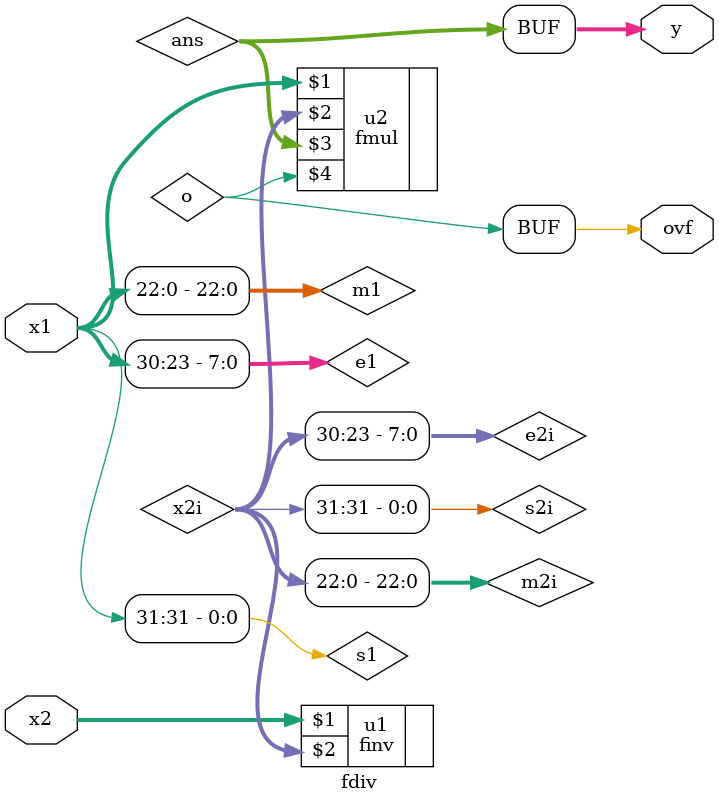
<source format=v>
`timescale 1ns / 1ps
`default_nettype none

module fdiv(
  input wire [31:0] x1,
  input wire [31:0] x2,
  output wire [31:0] y,
  output wire ovf/*,
  output wire [9:0] eo,
  output wire [22:0] mo */);
  
  wire [0:0] s1;
  wire [7:0] e1;
  wire [22:0] m1;

  assign s1 = x1[31];
  assign e1 = x1[30:23];
  assign m1 = x1[22:0];
  
  wire [31:0] x2i;

  finv u1(x2,x2i);
  
  wire [0:0] s2i;
  wire [7:0] e2i;
  wire [22:0] m2i;
  
  assign s2i = x2i[31];
  assign e2i = x2i[30:23];
  assign m2i = x2i[22:0];
  
  wire [31:0] ans;
  wire o;
  
  fmul u2(x1,x2i,ans,o);
  
  assign ovf = o;
  assign y = ans;
//  assign eo = eb[9:0];
//  assign mo = mbs[47:25];
endmodule
`default_nettype wire



</source>
